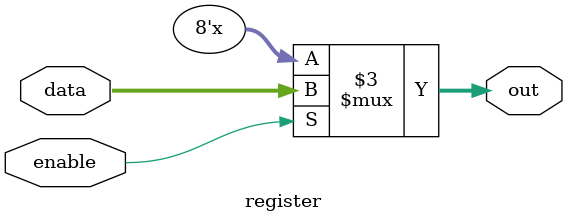
<source format=sv>
module register(
  input logic[7:0]data,
  input enable,
  output logic [7:0]out);
  
  always_comb begin
    if(enable)
      out = data;
    else 
      out = out;
  end
endmodule
</source>
